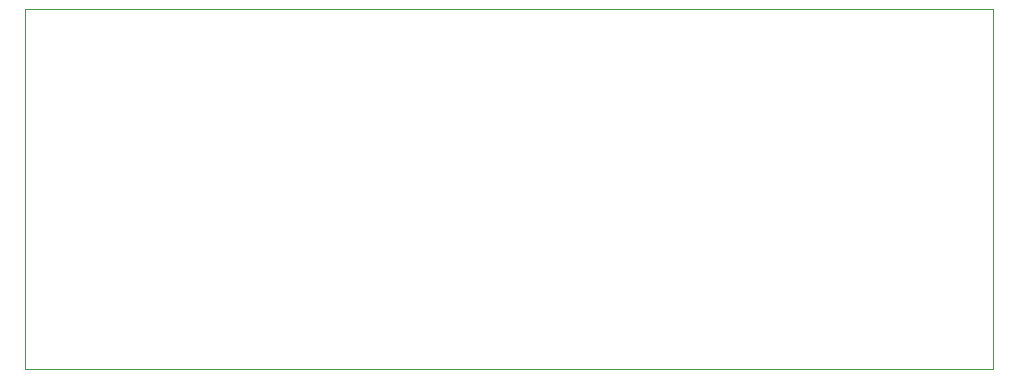
<source format=gbr>
%TF.GenerationSoftware,KiCad,Pcbnew,6.0.11-2627ca5db0~126~ubuntu20.04.1*%
%TF.CreationDate,2024-02-24T21:37:22-05:00*%
%TF.ProjectId,hil00,68696c30-302e-46b6-9963-61645f706362,rev?*%
%TF.SameCoordinates,Original*%
%TF.FileFunction,Profile,NP*%
%FSLAX46Y46*%
G04 Gerber Fmt 4.6, Leading zero omitted, Abs format (unit mm)*
G04 Created by KiCad (PCBNEW 6.0.11-2627ca5db0~126~ubuntu20.04.1) date 2024-02-24 21:37:22*
%MOMM*%
%LPD*%
G01*
G04 APERTURE LIST*
%TA.AperFunction,Profile*%
%ADD10C,0.100000*%
%TD*%
G04 APERTURE END LIST*
D10*
X100000000Y-130500000D02*
X182000000Y-130500000D01*
X100000000Y-100000000D02*
X100000000Y-130500000D01*
X182000000Y-130500000D02*
X182000000Y-100000000D01*
X100000000Y-100000000D02*
X182000000Y-100000000D01*
M02*

</source>
